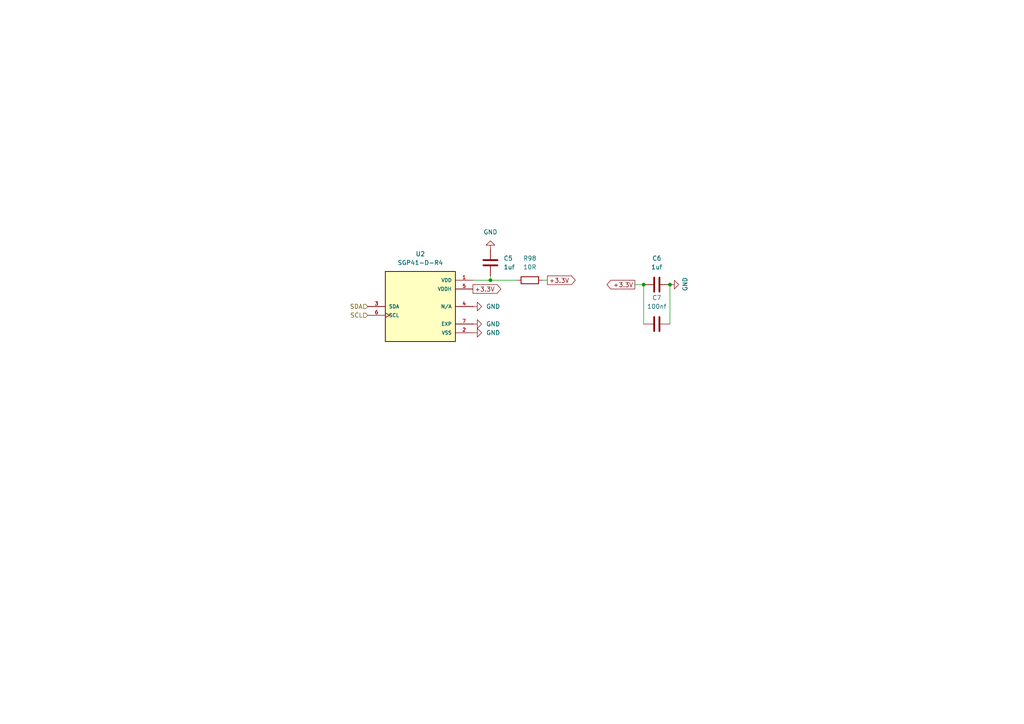
<source format=kicad_sch>
(kicad_sch (version 20250114) (generator "eeschema") (generator_version "9.0")
  (paper "A4")
  (lib_symbols
    (symbol "Device:C" (pin_numbers (hide yes)) (pin_names (offset 0.254))
      (property "Reference" "C" (at 0.635 2.54 0))
      (property "Value" "C" (at 0.635 -2.54 0))
      (symbol "C_0_1"
        (polyline (pts (xy -2.032 0.762) (xy 2.032 0.762)) (stroke (width 0.508)))
        (polyline (pts (xy -2.032 -0.762) (xy 2.032 -0.762)) (stroke (width 0.508)))
      )
      (symbol "C_1_1"
        (pin passive line (at 0 3.81 270) (length 2.794) (name "~") (number "1"))
        (pin passive line (at 0 -3.81 90) (length 2.794) (name "~") (number "2"))
      )
    )
    (symbol "Device:R" (pin_numbers (hide yes)) (pin_names (offset 0))
      (property "Reference" "R" (at 2.032 0 90))
      (property "Value" "R" (at 0 0 90))
      (symbol "R_0_1"
        (rectangle (start -1.016 -2.54) (end 1.016 2.54) (stroke (width 0.254)))
      )
      (symbol "R_1_1"
        (pin passive line (at 0 3.81 270) (length 1.27) (name "~") (number "1"))
        (pin passive line (at 0 -3.81 90) (length 1.27) (name "~") (number "2"))
      )
    )
    (symbol "panel2:SGP41-D-R4" (pin_names (offset 1.016))
      (property "Reference" "U" (at -10.16 10.922 0))
      (property "Value" "SGP41-D-R4" (at -10.16 -10.922 0))
      (symbol "SGP41-D-R4_0_0"
        (rectangle (start -10.16 -10.16) (end 10.16 10.16) (stroke (width 0.254)) (fill (type background)))
        (pin bidirectional line (at -15.24 0 0) (length 5.08) (name "SDA") (number "3"))
        (pin bidirectional clock (at -15.24 -2.54 0) (length 5.08) (name "SCL") (number "6"))
        (pin power_in line (at 15.24 7.62 180) (length 5.08) (name "VDD") (number "1"))
        (pin power_in line (at 15.24 5.08 180) (length 5.08) (name "VDDH") (number "5"))
        (pin passive line (at 15.24 0 180) (length 5.08) (name "N/A") (number "4"))
        (pin power_in line (at 15.24 -5.08 180) (length 5.08) (name "EXP") (number "7"))
        (pin power_in line (at 15.24 -7.62 180) (length 5.08) (name "VSS") (number "2"))
      )
    )
    (symbol "power:GND" (power) (pin_numbers (hide yes)) (pin_names (offset 0) (hide yes))
      (property "Value" "GND" (at 0 -3.81 0))
      (symbol "GND_0_1"
        (polyline (pts (xy 0 0) (xy 0 -1.27) (xy 1.27 -1.27) (xy 0 -2.54) (xy -1.27 -1.27) (xy 0 -1.27)))
      )
      (symbol "GND_1_1"
        (pin power_in line (at 0 0 270) (length 0) (name "~") (number "1"))
      )
    )
  )
  (junction (at 186.69 82.55))
  (junction (at 142.24 81.28))
  (junction (at 194.31 82.55))
  (wire (pts (xy 158.75 81.28) (xy 157.48 81.28)))
  (wire (pts (xy 184.15 82.55) (xy 186.69 82.55)))
  (wire (pts (xy 186.69 82.55) (xy 186.69 93.98)))
  (wire (pts (xy 194.31 82.55) (xy 194.31 93.98)))
  (wire (pts (xy 137.16 81.28) (xy 142.24 81.28)))
  (wire (pts (xy 142.24 81.28) (xy 149.86 81.28)))
  (wire (pts (xy 142.24 80.01) (xy 142.24 81.28)))
  (global_label "+3.3V" (shape output) (at 184.15 82.55 180) (property "Intersheetrefs" "${INTERSHEET_REFS}" (effects (hide yes))))
  (global_label "+3.3V" (shape output) (at 137.16 83.82 0) (property "Intersheetrefs" "${INTERSHEET_REFS}" (effects (hide yes))))
  (global_label "+3.3V" (shape output) (at 158.75 81.28 0) (property "Intersheetrefs" "${INTERSHEET_REFS}" (effects (hide yes))))
  (hierarchical_label "SDA" (shape input) (at 106.68 88.9 180))
  (hierarchical_label "SCL" (shape input) (at 106.68 91.44 180))
  (symbol (lib_id "Device:C") (at 190.5 93.98 90) (unit 1)
    (property "Reference" "C7" (at 190.5 86.36 90))
    (property "Value" "100nf" (at 190.5 88.9 90))
    (property "Footprint" "Capacitor_SMD:C_0805_2012Metric" (effects (hide yes)))
    (property "Description" "Unpolarized capacitor" (effects (hide yes)))
    (property "Cikkszám" "100.011.22" (effects (hide yes)))
    (property "Link" "https://www.hestore.hu/prod_10001122.html" (effects (hide yes)))
  )
  (symbol (lib_id "power:GND") (at 137.16 96.52 90) (unit 1)
    (property "Reference" "#PWR012" (effects (hide yes)))
    (property "Value" "GND" (at 140.97 96.5199 90) (effects (justify right)))
    (property "Description" "Power symbol creates a global label with name \"GND\" , ground" (effects (hide yes)))
  )
  (symbol (lib_id "power:GND") (at 137.16 88.9 90) (unit 1)
    (property "Reference" "#PWR010" (effects (hide yes)))
    (property "Value" "GND" (at 140.97 88.8999 90) (effects (justify right)))
    (property "Description" "Power symbol creates a global label with name \"GND\" , ground" (effects (hide yes)))
  )
  (symbol (lib_id "Device:C") (at 190.5 82.55 90) (unit 1)
    (property "Reference" "C6" (at 190.5 74.93 90))
    (property "Value" "1uf" (at 190.5 77.47 90))
    (property "Footprint" "Capacitor_SMD:C_0805_2012Metric" (effects (hide yes)))
    (property "Description" "Unpolarized capacitor" (effects (hide yes)))
    (property "Cikkszám" "100.277.53" (effects (hide yes)))
    (property "Link" "https://www.hestore.hu/prod_10027753.html" (effects (hide yes)))
  )
  (symbol (lib_id "Device:R") (at 153.67 81.28 270) (unit 1)
    (property "Reference" "R98" (at 153.67 74.93 90))
    (property "Value" "10R" (at 153.67 77.47 90))
    (property "Footprint" "Resistor_SMD:R_0805_2012Metric" (effects (hide yes)))
    (property "Description" "Resistor" (effects (hide yes)))
    (property "Cikkszám" "100.011.44" (effects (hide yes)))
    (property "Link" "https://www.hestore.hu/prod_10001144.html" (effects (hide yes)))
  )
  (symbol (lib_id "Device:C") (at 142.24 76.2 180) (unit 1)
    (property "Reference" "C5" (at 146.05 74.9299 0) (effects (justify right)))
    (property "Value" "1uf" (at 146.05 77.4699 0) (effects (justify right)))
    (property "Footprint" "Capacitor_SMD:C_0805_2012Metric" (effects (hide yes)))
    (property "Description" "Unpolarized capacitor" (effects (hide yes)))
    (property "Cikkszám" "100.277.53" (effects (hide yes)))
    (property "Link" "https://www.hestore.hu/prod_10027753.html" (effects (hide yes)))
  )
  (symbol (lib_id "power:GND") (at 137.16 93.98 90) (unit 1)
    (property "Reference" "#PWR011" (effects (hide yes)))
    (property "Value" "GND" (at 140.97 93.9799 90) (effects (justify right)))
    (property "Description" "Power symbol creates a global label with name \"GND\" , ground" (effects (hide yes)))
  )
  (symbol (lib_id "power:GND") (at 194.31 82.55 90) (unit 1)
    (property "Reference" "#PWR09" (effects (hide yes)))
    (property "Value" "GND" (at 198.7042 82.423 0))
    (property "Description" "Power symbol creates a global label with name \"GND\" , ground" (effects (hide yes)))
  )
  (symbol (lib_id "power:GND") (at 142.24 72.39 180) (unit 1)
    (property "Reference" "#PWR08" (effects (hide yes)))
    (property "Value" "GND" (at 142.24 67.31 0))
    (property "Description" "Power symbol creates a global label with name \"GND\" , ground" (effects (hide yes)))
  )
  (symbol (lib_id "panel2:SGP41-D-R4") (at 121.92 88.9 0) (unit 1)
    (property "Reference" "U2" (at 121.92 73.66 0))
    (property "Value" "SGP41-D-R4" (at 121.92 76.2 0))
    (property "Footprint" "panel:XDCR_SGP41-D-R4" (effects (hide yes)))
    (property "MF" "Sensirion" (effects (hide yes)))
    (property "MAXIMUM_PACKAGE_HEIGHT" "0.95 mm" (effects (hide yes)))
    (property "Package" "None" (effects (hide yes)))
    (property "Price" "None" (effects (hide yes)))
    (property "Check_prices" "https://www.snapeda.com/parts/SGP41-D-R4/Sensirion/view-part/?ref=eda" (effects (hide yes)))
    (property "STANDARD" "Manufacturer Recommendations" (effects (hide yes)))
    (property "PARTREV" "1.0" (effects (hide yes)))
    (property "SnapEDA_Link" "https://www.snapeda.com/parts/SGP41-D-R4/Sensirion/view-part/?ref=snap" (effects (hide yes)))
    (property "MP" "SGP41-D-R4" (effects (hide yes)))
    (property "Description_1" "Air Quality Sensor VOC and NOx Gas Sensor 3.3V 6-Pin DFN EP" (effects (hide yes)))
    (property "Availability" "In Stock" (effects (hide yes)))
    (property "MANUFACTURER" "Sensirion" (effects (hide yes)))
  )
)
</source>
